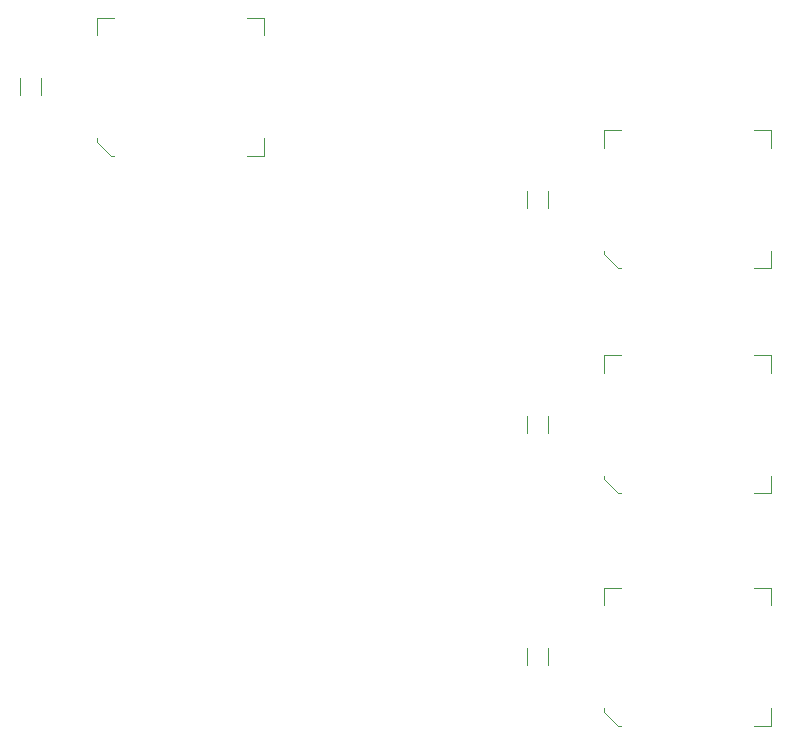
<source format=gbr>
%TF.GenerationSoftware,KiCad,Pcbnew,(5.1.10)-1*%
%TF.CreationDate,2023-06-12T08:51:03+01:00*%
%TF.ProjectId,pt8601_rom_adapter,70743836-3031-45f7-926f-6d5f61646170,rev?*%
%TF.SameCoordinates,Original*%
%TF.FileFunction,Legend,Top*%
%TF.FilePolarity,Positive*%
%FSLAX46Y46*%
G04 Gerber Fmt 4.6, Leading zero omitted, Abs format (unit mm)*
G04 Created by KiCad (PCBNEW (5.1.10)-1) date 2023-06-12 08:51:03*
%MOMM*%
%LPD*%
G01*
G04 APERTURE LIST*
%ADD10C,0.120000*%
G04 APERTURE END LIST*
D10*
%TO.C,U8*%
X168651418Y-122969800D02*
X168934200Y-122969800D01*
X167479200Y-121797582D02*
X168651418Y-122969800D01*
X167479200Y-121514800D02*
X167479200Y-121797582D01*
X181669200Y-111319800D02*
X180214200Y-111319800D01*
X181669200Y-112774800D02*
X181669200Y-111319800D01*
X181669200Y-122969800D02*
X180214200Y-122969800D01*
X181669200Y-121514800D02*
X181669200Y-122969800D01*
X167479200Y-111319800D02*
X168934200Y-111319800D01*
X167479200Y-112774800D02*
X167479200Y-111319800D01*
%TO.C,U7*%
X168651418Y-84234800D02*
X168934200Y-84234800D01*
X167479200Y-83062582D02*
X168651418Y-84234800D01*
X167479200Y-82779800D02*
X167479200Y-83062582D01*
X181669200Y-72584800D02*
X180214200Y-72584800D01*
X181669200Y-74039800D02*
X181669200Y-72584800D01*
X181669200Y-84234800D02*
X180214200Y-84234800D01*
X181669200Y-82779800D02*
X181669200Y-84234800D01*
X167479200Y-72584800D02*
X168934200Y-72584800D01*
X167479200Y-74039800D02*
X167479200Y-72584800D01*
%TO.C,U4*%
X168651418Y-103284800D02*
X168934200Y-103284800D01*
X167479200Y-102112582D02*
X168651418Y-103284800D01*
X167479200Y-101829800D02*
X167479200Y-102112582D01*
X181669200Y-91634800D02*
X180214200Y-91634800D01*
X181669200Y-93089800D02*
X181669200Y-91634800D01*
X181669200Y-103284800D02*
X180214200Y-103284800D01*
X181669200Y-101829800D02*
X181669200Y-103284800D01*
X167479200Y-91634800D02*
X168934200Y-91634800D01*
X167479200Y-93089800D02*
X167479200Y-91634800D01*
%TO.C,U3*%
X125725418Y-74709800D02*
X126008200Y-74709800D01*
X124553200Y-73537582D02*
X125725418Y-74709800D01*
X124553200Y-73254800D02*
X124553200Y-73537582D01*
X138743200Y-63059800D02*
X137288200Y-63059800D01*
X138743200Y-64514800D02*
X138743200Y-63059800D01*
X138743200Y-74709800D02*
X137288200Y-74709800D01*
X138743200Y-73254800D02*
X138743200Y-74709800D01*
X124553200Y-63059800D02*
X126008200Y-63059800D01*
X124553200Y-64514800D02*
X124553200Y-63059800D01*
%TO.C,C4*%
X162758800Y-116435348D02*
X162758800Y-117857852D01*
X160938800Y-116435348D02*
X160938800Y-117857852D01*
%TO.C,C3*%
X162758800Y-96750348D02*
X162758800Y-98172852D01*
X160938800Y-96750348D02*
X160938800Y-98172852D01*
%TO.C,C2*%
X162758800Y-77700348D02*
X162758800Y-79122852D01*
X160938800Y-77700348D02*
X160938800Y-79122852D01*
%TO.C,C1*%
X119832800Y-68175348D02*
X119832800Y-69597852D01*
X118012800Y-68175348D02*
X118012800Y-69597852D01*
%TD*%
M02*

</source>
